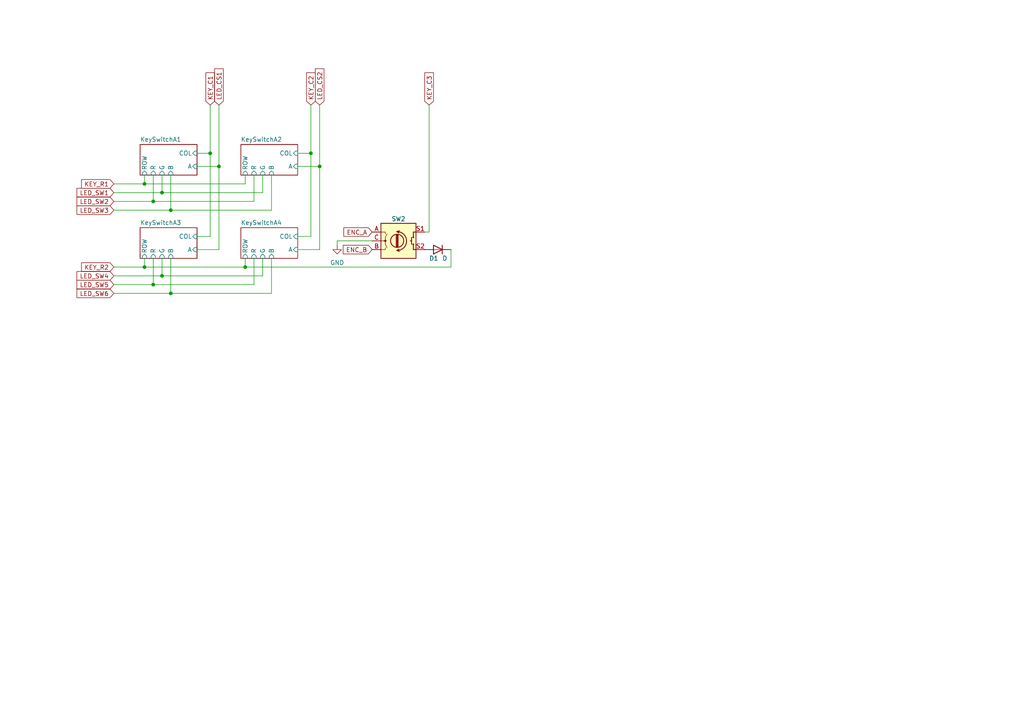
<source format=kicad_sch>
(kicad_sch (version 20211123) (generator eeschema)
  (paper "A4")
  (lib_symbols
    (symbol "Device:D" (pin_numbers hide) (pin_names (offset 1.016) hide)
      (property "Reference" "D" (at 0 2.54 0))
      (property "Value" "D" (at 0 -2.54 0))
      (symbol "D_0_1"
        (polyline (pts (xy -1.27 1.27) (xy -1.27 -1.27)) (stroke (width 0.254)))
        (polyline (pts (xy 1.27 0) (xy -1.27 0)))
        (polyline (pts (xy 1.27 1.27) (xy 1.27 -1.27) (xy -1.27 0) (xy 1.27 1.27)) (stroke (width 0.254)))
      )
      (symbol "D_1_1"
        (pin passive line (at -3.81 0 0) (length 2.54) (name "K") (number "1"))
        (pin passive line (at 3.81 0 180) (length 2.54) (name "A") (number "2"))
      )
    )
    (symbol "Device:RotaryEncoder_Switch" (pin_names (offset 0.254) hide)
      (property "Reference" "SW" (at 0 6.604 0))
      (property "Value" "RotaryEncoder_Switch" (at 0 -6.604 0))
      (symbol "RotaryEncoder_Switch_0_1"
        (rectangle (start -5.08 5.08) (end 5.08 -5.08) (stroke (width 0.254)) (fill (type background)))
        (circle (center -3.81 0) (radius 0.254) (fill (type outline)))
        (arc (start -0.381 -2.794) (mid 2.3622 -0.0508) (end -0.381 2.667) (stroke (width 0.254)))
        (circle (center -0.381 0) (radius 1.905) (stroke (width 0.254)))
        (polyline (pts (xy -0.635 -1.778) (xy -0.635 1.778)) (stroke (width 0.254)))
        (polyline (pts (xy -0.381 -1.778) (xy -0.381 1.778)) (stroke (width 0.254)))
        (polyline (pts (xy -0.127 1.778) (xy -0.127 -1.778)) (stroke (width 0.254)))
        (polyline (pts (xy 3.81 0) (xy 3.429 0)) (stroke (width 0.254)))
        (polyline (pts (xy 3.81 1.016) (xy 3.81 -1.016)) (stroke (width 0.254)))
        (polyline (pts (xy -5.08 -2.54) (xy -3.81 -2.54) (xy -3.81 -2.032)))
        (polyline (pts (xy -5.08 2.54) (xy -3.81 2.54) (xy -3.81 2.032)))
        (polyline (pts (xy 0.254 -3.048) (xy -0.508 -2.794) (xy 0.127 -2.413)) (stroke (width 0.254)))
        (polyline (pts (xy 0.254 2.921) (xy -0.508 2.667) (xy 0.127 2.286)) (stroke (width 0.254)))
        (polyline (pts (xy 5.08 -2.54) (xy 4.318 -2.54) (xy 4.318 -1.016)) (stroke (width 0.254)))
        (polyline (pts (xy 5.08 2.54) (xy 4.318 2.54) (xy 4.318 1.016)) (stroke (width 0.254)))
        (polyline (pts (xy -5.08 0) (xy -3.81 0) (xy -3.81 -1.016) (xy -3.302 -2.032)))
        (polyline (pts (xy -4.318 0) (xy -3.81 0) (xy -3.81 1.016) (xy -3.302 2.032)))
        (circle (center 4.318 -1.016) (radius 0.127) (stroke (width 0.254)))
        (circle (center 4.318 1.016) (radius 0.127) (stroke (width 0.254)))
      )
      (symbol "RotaryEncoder_Switch_1_1"
        (pin passive line (at -7.62 2.54 0) (length 2.54) (name "A") (number "A"))
        (pin passive line (at -7.62 -2.54 0) (length 2.54) (name "B") (number "B"))
        (pin passive line (at -7.62 0 0) (length 2.54) (name "C") (number "C"))
        (pin passive line (at 7.62 2.54 180) (length 2.54) (name "S1") (number "S1"))
        (pin passive line (at 7.62 -2.54 180) (length 2.54) (name "S2") (number "S2"))
      )
    )
    (symbol "power:GND" (power) (pin_names (offset 0))
      (property "Value" "GND" (at 0 -3.81 0))
      (symbol "GND_0_1"
        (polyline (pts (xy 0 0) (xy 0 -1.27) (xy 1.27 -1.27) (xy 0 -2.54) (xy -1.27 -1.27) (xy 0 -1.27)))
      )
      (symbol "GND_1_1"
        (pin power_in line (at 0 0 270) (length 0) hide (name "GND") (number "1"))
      )
    )
  )
  (junction (at 63.5 48.26))
  (junction (at 71.12 77.47))
  (junction (at 46.99 55.88))
  (junction (at 44.45 82.55))
  (junction (at 49.53 60.96))
  (junction (at 60.96 44.45))
  (junction (at 49.53 85.09))
  (junction (at 92.71 48.26))
  (junction (at 90.17 44.45))
  (junction (at 41.91 77.47))
  (junction (at 44.45 58.42))
  (junction (at 46.99 80.01))
  (junction (at 41.91 53.34))
  (wire (pts (xy 92.71 48.26) (xy 92.71 72.39)))
  (wire (pts (xy 44.45 50.8) (xy 44.45 58.42)))
  (wire (pts (xy 46.99 55.88) (xy 76.2 55.88)))
  (wire (pts (xy 92.71 30.48) (xy 92.71 48.26)))
  (wire (pts (xy 63.5 30.48) (xy 63.5 48.26)))
  (wire (pts (xy 33.02 60.96) (xy 49.53 60.96)))
  (wire (pts (xy 71.12 74.93) (xy 71.12 77.47)))
  (wire (pts (xy 41.91 53.34) (xy 71.12 53.34)))
  (wire (pts (xy 130.81 77.47) (xy 130.81 72.39)))
  (wire (pts (xy 49.53 50.8) (xy 49.53 60.96)))
  (wire (pts (xy 97.79 69.85) (xy 107.95 69.85)))
  (wire (pts (xy 46.99 50.8) (xy 46.99 55.88)))
  (wire (pts (xy 57.15 72.39) (xy 63.5 72.39)))
  (wire (pts (xy 76.2 50.8) (xy 76.2 55.88)))
  (wire (pts (xy 33.02 77.47) (xy 41.91 77.47)))
  (wire (pts (xy 41.91 77.47) (xy 71.12 77.47)))
  (wire (pts (xy 41.91 74.93) (xy 41.91 77.47)))
  (wire (pts (xy 33.02 82.55) (xy 44.45 82.55)))
  (wire (pts (xy 86.36 48.26) (xy 92.71 48.26)))
  (wire (pts (xy 57.15 68.58) (xy 60.96 68.58)))
  (wire (pts (xy 63.5 48.26) (xy 63.5 72.39)))
  (wire (pts (xy 90.17 44.45) (xy 90.17 68.58)))
  (wire (pts (xy 71.12 50.8) (xy 71.12 53.34)))
  (wire (pts (xy 46.99 80.01) (xy 76.2 80.01)))
  (wire (pts (xy 44.45 58.42) (xy 73.66 58.42)))
  (wire (pts (xy 97.79 69.85) (xy 97.79 71.12)))
  (wire (pts (xy 124.46 67.31) (xy 123.19 67.31)))
  (wire (pts (xy 86.36 44.45) (xy 90.17 44.45)))
  (wire (pts (xy 33.02 53.34) (xy 41.91 53.34)))
  (wire (pts (xy 46.99 74.93) (xy 46.99 80.01)))
  (wire (pts (xy 57.15 44.45) (xy 60.96 44.45)))
  (wire (pts (xy 49.53 74.93) (xy 49.53 85.09)))
  (wire (pts (xy 73.66 74.93) (xy 73.66 82.55)))
  (wire (pts (xy 86.36 72.39) (xy 92.71 72.39)))
  (wire (pts (xy 71.12 77.47) (xy 130.81 77.47)))
  (wire (pts (xy 78.74 50.8) (xy 78.74 60.96)))
  (wire (pts (xy 44.45 74.93) (xy 44.45 82.55)))
  (wire (pts (xy 124.46 30.48) (xy 124.46 67.31)))
  (wire (pts (xy 73.66 50.8) (xy 73.66 58.42)))
  (wire (pts (xy 78.74 74.93) (xy 78.74 85.09)))
  (wire (pts (xy 33.02 85.09) (xy 49.53 85.09)))
  (wire (pts (xy 57.15 48.26) (xy 63.5 48.26)))
  (wire (pts (xy 60.96 30.48) (xy 60.96 44.45)))
  (wire (pts (xy 33.02 58.42) (xy 44.45 58.42)))
  (wire (pts (xy 60.96 44.45) (xy 60.96 68.58)))
  (wire (pts (xy 86.36 68.58) (xy 90.17 68.58)))
  (wire (pts (xy 90.17 30.48) (xy 90.17 44.45)))
  (wire (pts (xy 41.91 50.8) (xy 41.91 53.34)))
  (wire (pts (xy 76.2 74.93) (xy 76.2 80.01)))
  (wire (pts (xy 44.45 82.55) (xy 73.66 82.55)))
  (wire (pts (xy 49.53 60.96) (xy 78.74 60.96)))
  (wire (pts (xy 33.02 55.88) (xy 46.99 55.88)))
  (wire (pts (xy 49.53 85.09) (xy 78.74 85.09)))
  (wire (pts (xy 33.02 80.01) (xy 46.99 80.01)))
  (global_label "LED_SW5" (shape input) (at 33.02 82.55 180) (property "Intersheet References" "${INTERSHEET_REFS}" (effects hide)))
  (global_label "KEY_C2" (shape input) (at 90.17 30.48 90) (property "Intersheet References" "${INTERSHEET_REFS}" (effects hide)))
  (global_label "ENC_A" (shape input) (at 107.95 67.31 180) (property "Intersheet References" "${INTERSHEET_REFS}" (effects hide)))
  (global_label "LED_SW6" (shape input) (at 33.02 85.09 180) (property "Intersheet References" "${INTERSHEET_REFS}" (effects hide)))
  (global_label "LED_SW3" (shape input) (at 33.02 60.96 180) (property "Intersheet References" "${INTERSHEET_REFS}" (effects hide)))
  (global_label "LED_CS2" (shape input) (at 92.71 30.48 90) (property "Intersheet References" "${INTERSHEET_REFS}" (effects hide)))
  (global_label "LED_SW1" (shape input) (at 33.02 55.88 180) (property "Intersheet References" "${INTERSHEET_REFS}" (effects hide)))
  (global_label "LED_SW4" (shape input) (at 33.02 80.01 180) (property "Intersheet References" "${INTERSHEET_REFS}" (effects hide)))
  (global_label "KEY_C3" (shape input) (at 124.46 30.48 90) (property "Intersheet References" "${INTERSHEET_REFS}" (effects hide)))
  (global_label "ENC_B" (shape input) (at 107.95 72.39 180) (property "Intersheet References" "${INTERSHEET_REFS}" (effects hide)))
  (global_label "KEY_R2" (shape input) (at 33.02 77.47 180) (property "Intersheet References" "${INTERSHEET_REFS}" (effects hide)))
  (global_label "LED_CS1" (shape input) (at 63.5 30.48 90) (property "Intersheet References" "${INTERSHEET_REFS}" (effects hide)))
  (global_label "LED_SW2" (shape input) (at 33.02 58.42 180) (property "Intersheet References" "${INTERSHEET_REFS}" (effects hide)))
  (global_label "KEY_R1" (shape input) (at 33.02 53.34 180) (property "Intersheet References" "${INTERSHEET_REFS}" (effects hide)))
  (global_label "KEY_C1" (shape input) (at 60.96 30.48 90) (property "Intersheet References" "${INTERSHEET_REFS}" (effects hide)))
  (symbol (lib_id "power:GND") (at 97.79 71.12 0) (unit 1)
    (property "Reference" "#PWR013" (effects hide))
    (property "Value" "GND" (at 97.79 76.2 0))
  )
  (symbol (lib_id "Device:D") (at 127 72.39 180) (unit 1)
    (property "Reference" "D1" (at 124.46 74.93 0) (effects (justify right)))
    (property "Value" "D" (at 128.27 74.93 0) (effects (justify right)))
  )
  (symbol (lib_id "Device:RotaryEncoder_Switch") (at 115.57 69.85 0) (unit 1)
    (property "Reference" "SW2" (at 115.57 63.5 0))
    (property "Value" "RotaryEncoder_Switch" (effects hide))
  )
  (sheet (at 69.85 41.91) (size 16.51 8.89) (stroke (width 0.1524))
    (property "Sheet name" "KeySwitchA2" (at 69.85 41.1984 0) (effects (justify left bottom)))
    (property "Sheet file" "keyswitch.kicad_sch" (effects hide))
    (pin "ROW" input (at 71.12 50.8 270))
    (pin "COL" input (at 86.36 44.45 0))
    (pin "R" input (at 73.66 50.8 270))
    (pin "G" input (at 76.2 50.8 270))
    (pin "B" input (at 78.74 50.8 270))
    (pin "A" input (at 86.36 48.26 0))
  )
  (sheet (at 69.85 66.04) (size 16.51 8.89) (stroke (width 0.1524))
    (property "Sheet name" "KeySwitchA4" (at 69.85 65.3284 0) (effects (justify left bottom)))
    (property "Sheet file" "keyswitch.kicad_sch" (effects hide))
    (pin "ROW" input (at 71.12 74.93 270))
    (pin "COL" input (at 86.36 68.58 0))
    (pin "R" input (at 73.66 74.93 270))
    (pin "G" input (at 76.2 74.93 270))
    (pin "B" input (at 78.74 74.93 270))
    (pin "A" input (at 86.36 72.39 0))
  )
  (sheet (at 40.64 66.04) (size 16.51 8.89) (stroke (width 0.1524))
    (property "Sheet name" "KeySwitchA3" (at 40.64 65.3284 0) (effects (justify left bottom)))
    (property "Sheet file" "keyswitch.kicad_sch" (effects hide))
    (pin "ROW" input (at 41.91 74.93 270))
    (pin "COL" input (at 57.15 68.58 0))
    (pin "R" input (at 44.45 74.93 270))
    (pin "G" input (at 46.99 74.93 270))
    (pin "B" input (at 49.53 74.93 270))
    (pin "A" input (at 57.15 72.39 0))
  )
  (sheet (at 40.64 41.91) (size 16.51 8.89) (stroke (width 0.1524))
    (property "Sheet name" "KeySwitchA1" (at 40.64 41.1984 0) (effects (justify left bottom)))
    (property "Sheet file" "keyswitch.kicad_sch" (effects hide))
    (pin "ROW" input (at 41.91 50.8 270))
    (pin "COL" input (at 57.15 44.45 0))
    (pin "R" input (at 44.45 50.8 270))
    (pin "G" input (at 46.99 50.8 270))
    (pin "B" input (at 49.53 50.8 270))
    (pin "A" input (at 57.15 48.26 0))
  )
)
</source>
